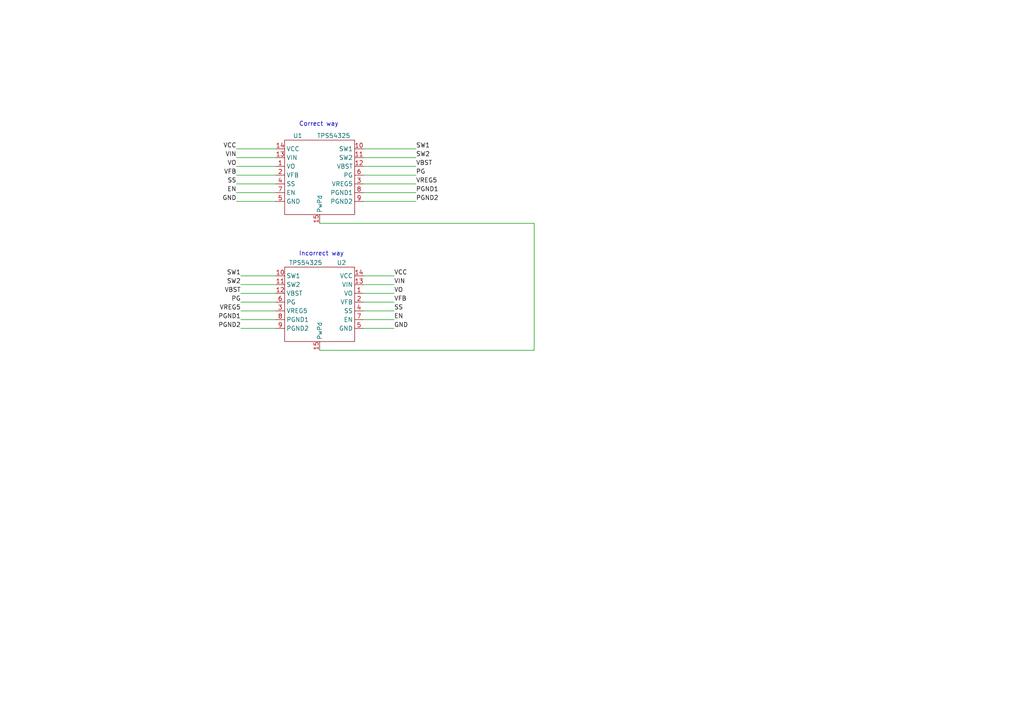
<source format=kicad_sch>
(kicad_sch (version 20231120) (generator "eeschema") (generator_version "8.0")
  (paper "A4")
  (lib_symbols
    (symbol "MicroHardLibrary:TPS54325"
      (property "Reference" "U" (at 0 6.604 0))
      (symbol "TPS54325_0_1"
        (rectangle (start -10.16 2.54) (end 10.16 -19.05))
      )
      (symbol "TPS54325_1_1"
        (pin input line (at -12.7 -5.08 0) (length 2.54) (name "VO") (number "1"))
        (pin output line (at 12.7 0 180) (length 2.54) (name "SW1") (number "10"))
        (pin output line (at 12.7 -2.54 180) (length 2.54) (name "SW2") (number "11"))
        (pin output line (at 12.7 -5.08 180) (length 2.54) (name "VBST") (number "12"))
        (pin power_in line (at -12.7 -2.54 0) (length 2.54) (name "VIN") (number "13"))
        (pin power_in line (at -12.7 0 0) (length 2.54) (name "VCC") (number "14"))
        (pin passive line (at 0 -21.59 90) (length 2.54) (name "PwPd") (number "15"))
        (pin input line (at -12.7 -7.62 0) (length 2.54) (name "VFB") (number "2"))
        (pin output line (at 12.7 -10.16 180) (length 2.54) (name "VREG5") (number "3"))
        (pin input line (at -12.7 -10.16 0) (length 2.54) (name "SS") (number "4"))
        (pin passive line (at -12.7 -15.24 0) (length 2.54) (name "GND") (number "5"))
        (pin output line (at 12.7 -7.62 180) (length 2.54) (name "PG") (number "6"))
        (pin input line (at -12.7 -12.7 0) (length 2.54) (name "EN") (number "7"))
        (pin passive line (at 12.7 -12.7 180) (length 2.54) (name "PGND1") (number "8"))
        (pin passive line (at 12.7 -15.24 180) (length 2.54) (name "PGND2") (number "9"))
      )
    )
  )
  (wire (pts (xy 105.41 45.72) (xy 120.65 45.72)))
  (wire (pts (xy 69.85 80.01) (xy 80.01 80.01)))
  (wire (pts (xy 105.41 82.55) (xy 114.3 82.55)))
  (wire (pts (xy 69.85 95.25) (xy 80.01 95.25)))
  (wire (pts (xy 105.41 43.18) (xy 120.65 43.18)))
  (wire (pts (xy 105.41 87.63) (xy 114.3 87.63)))
  (wire (pts (xy 105.41 50.8) (xy 120.65 50.8)))
  (wire (pts (xy 105.41 90.17) (xy 114.3 90.17)))
  (wire (pts (xy 69.85 82.55) (xy 80.01 82.55)))
  (wire (pts (xy 105.41 58.42) (xy 120.65 58.42)))
  (wire (pts (xy 69.85 87.63) (xy 80.01 87.63)))
  (wire (pts (xy 69.85 85.09) (xy 80.01 85.09)))
  (wire (pts (xy 68.58 55.88) (xy 80.01 55.88)))
  (wire (pts (xy 154.94 101.6) (xy 92.71 101.6)))
  (wire (pts (xy 105.41 92.71) (xy 114.3 92.71)))
  (wire (pts (xy 68.58 43.18) (xy 80.01 43.18)))
  (wire (pts (xy 68.58 48.26) (xy 80.01 48.26)))
  (wire (pts (xy 68.58 50.8) (xy 80.01 50.8)))
  (wire (pts (xy 105.41 80.01) (xy 114.3 80.01)))
  (wire (pts (xy 68.58 58.42) (xy 80.01 58.42)))
  (wire (pts (xy 105.41 53.34) (xy 120.65 53.34)))
  (wire (pts (xy 105.41 95.25) (xy 114.3 95.25)))
  (wire (pts (xy 68.58 45.72) (xy 80.01 45.72)))
  (wire (pts (xy 105.41 85.09) (xy 114.3 85.09)))
  (wire (pts (xy 105.41 55.88) (xy 120.65 55.88)))
  (wire (pts (xy 69.85 90.17) (xy 80.01 90.17)))
  (wire (pts (xy 105.41 48.26) (xy 120.65 48.26)))
  (wire (pts (xy 68.58 53.34) (xy 80.01 53.34)))
  (wire (pts (xy 92.71 64.77) (xy 154.94 64.77)))
  (wire (pts (xy 69.85 92.71) (xy 80.01 92.71)))
  (wire (pts (xy 154.94 64.77) (xy 154.94 101.6)))
  (text "Correct way" (at 92.456 36.068 0) (effects (font (size 1.27 1.27))))
  (text "Incorrect way" (at 93.218 73.66 0) (effects (font (size 1.27 1.27))))
  (label "SW2" (at 120.65 45.72 0))
  (label "EN" (at 114.3 92.71 0))
  (label "VBST" (at 69.85 85.09 180))
  (label "GND" (at 114.3 95.25 0))
  (label "PGND1" (at 69.85 92.71 180))
  (label "VO" (at 68.58 48.26 180))
  (label "VFB" (at 68.58 50.8 180))
  (label "SS" (at 68.58 53.34 180))
  (label "VIN" (at 114.3 82.55 0))
  (label "PGND1" (at 120.65 55.88 0))
  (label "EN" (at 68.58 55.88 180))
  (label "SW1" (at 69.85 80.01 180))
  (label "VBST" (at 120.65 48.26 0))
  (label "PGND2" (at 69.85 95.25 180))
  (label "VCC" (at 68.58 43.18 180))
  (label "VCC" (at 114.3 80.01 0))
  (label "VREG5" (at 120.65 53.34 0))
  (label "VIN" (at 68.58 45.72 180))
  (label "VFB" (at 114.3 87.63 0))
  (label "PG" (at 120.65 50.8 0))
  (label "SW1" (at 120.65 43.18 0))
  (label "GND" (at 68.58 58.42 180))
  (label "SS" (at 114.3 90.17 0))
  (label "SW2" (at 69.85 82.55 180))
  (label "PGND2" (at 120.65 58.42 0))
  (label "VO" (at 114.3 85.09 0))
  (label "PG" (at 69.85 87.63 180))
  (label "VREG5" (at 69.85 90.17 180))
  (symbol (lib_id "MicroHardLibrary:TPS54325") (at 92.71 80.01 0) (mirror y) (unit 1)
    (property "Reference" "U2" (at 99.06 76.2 0))
    (property "Value" "TPS54325" (at 88.646 76.2 0))
    (property "Footprint" "footprints:PWP14_2P31X2P46" (effects (hide yes)))
    (property "Datasheet" "https://www.ti.com/lit/ds/symlink/tps54325.pdf?HQS=dis-dk-null-digikeymode-dsf-pf-null-wwe&ts=1727517995480" (effects (hide yes)))
  )
  (symbol (lib_id "MicroHardLibrary:TPS54325") (at 92.71 43.18 0) (unit 1)
    (property "Reference" "U1" (at 86.36 39.37 0))
    (property "Value" "TPS54325" (at 96.774 39.37 0))
    (property "Footprint" "footprints:PWP14_2P31X2P46" (effects (hide yes)))
    (property "Datasheet" "https://www.ti.com/lit/ds/symlink/tps54325.pdf?HQS=dis-dk-null-digikeymode-dsf-pf-null-wwe&ts=1727517995480" (effects (hide yes)))
  )
)
</source>
